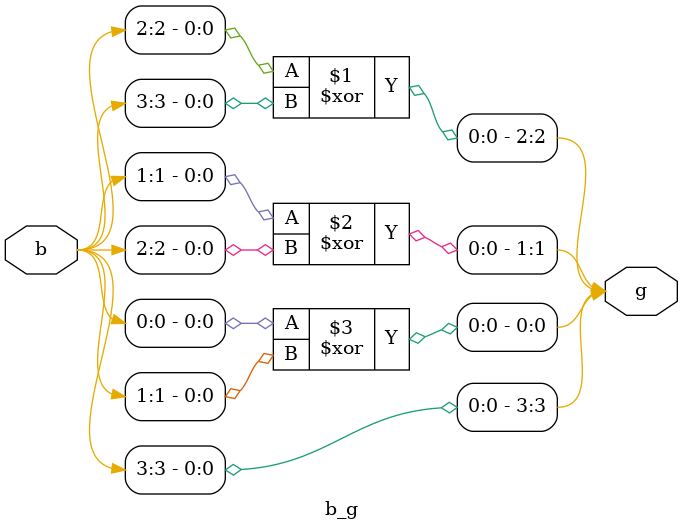
<source format=v>
module b_g(
  input [3:0]b,
  output [3:0]g
);
  
  assign g[3] = b[3] ;
  assign g[2] = b[2]  ^  b[3] ;
  assign g[1] = b[1]  ^  b[2] ;
  assign g[0] = b[0]  ^  b[1] ;
  
endmodule
</source>
